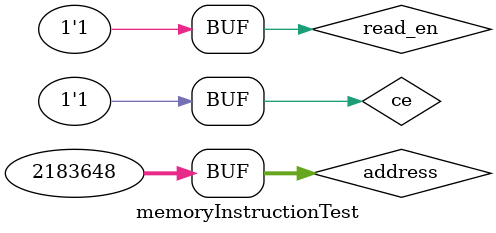
<source format=v>
`timescale 1ns / 1ps


module memoryInstructionTest;

	// Inputs
	reg [31:0] address;
	reg read_en;
	reg ce;

	// Outputs
	wire [31:0] data;

	// Instantiate the Unit Under Test (UUT)
	MemoriaInstrucciones uut (
		.address(address), 
		.data(data), 
		.read_en(read_en), 
		.ce(ce)
	);

	initial begin
		// Initialize Inputs
		address = 0;
		read_en = 0;
		ce = 0;

		// Wait 100 ns for global reset to finish
		#100;
		
		address = 12;
		read_en = 1;
		ce = 1;		
		
		#100;
		
		address = 532;
		read_en = 1;
		ce = 1;		
		
		#100;
		
		address = 1421;
		read_en = 0;
		ce = 1;		
		
		#100;		
		
		address = 1421;
		read_en = 1;
		ce = 1;		
		
		#100;
		
		address = 2183648;
		read_en = 1;
		ce = 1;				
        
		// Add stimulus here

	end
      
endmodule


</source>
